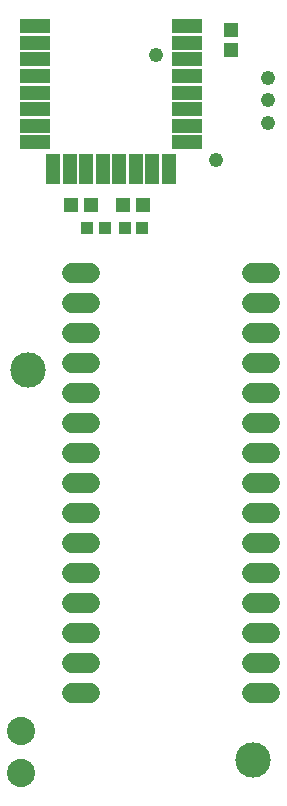
<source format=gts>
G75*
%MOIN*%
%OFA0B0*%
%FSLAX25Y25*%
%IPPOS*%
%LPD*%
%AMOC8*
5,1,8,0,0,1.08239X$1,22.5*
%
%ADD10C,0.11824*%
%ADD11R,0.10446X0.04737*%
%ADD12R,0.04737X0.10446*%
%ADD13C,0.06800*%
%ADD14R,0.05131X0.04737*%
%ADD15R,0.04737X0.05131*%
%ADD16R,0.03950X0.03950*%
%ADD17C,0.09400*%
%ADD18C,0.04762*%
D10*
X0025185Y0144300D03*
X0100185Y0014300D03*
D11*
X0077882Y0220304D03*
X0077882Y0225816D03*
X0077882Y0231328D03*
X0077882Y0236839D03*
X0077882Y0242351D03*
X0077882Y0247863D03*
X0077882Y0253375D03*
X0077882Y0258887D03*
X0027488Y0258887D03*
X0027488Y0253375D03*
X0027488Y0247863D03*
X0027488Y0242351D03*
X0027488Y0236839D03*
X0027488Y0231328D03*
X0027488Y0225816D03*
X0027488Y0220304D03*
D12*
X0033394Y0211269D03*
X0038906Y0211269D03*
X0044417Y0211269D03*
X0049929Y0211269D03*
X0055441Y0211269D03*
X0060953Y0211269D03*
X0066465Y0211269D03*
X0071976Y0211269D03*
D13*
X0045685Y0176800D02*
X0039685Y0176800D01*
X0039685Y0166800D02*
X0045685Y0166800D01*
X0045685Y0156800D02*
X0039685Y0156800D01*
X0039685Y0146800D02*
X0045685Y0146800D01*
X0045685Y0136800D02*
X0039685Y0136800D01*
X0039685Y0126800D02*
X0045685Y0126800D01*
X0045685Y0116800D02*
X0039685Y0116800D01*
X0039685Y0106800D02*
X0045685Y0106800D01*
X0045685Y0096800D02*
X0039685Y0096800D01*
X0039685Y0086800D02*
X0045685Y0086800D01*
X0045685Y0076800D02*
X0039685Y0076800D01*
X0039685Y0066800D02*
X0045685Y0066800D01*
X0045685Y0056800D02*
X0039685Y0056800D01*
X0039685Y0046800D02*
X0045685Y0046800D01*
X0045685Y0036800D02*
X0039685Y0036800D01*
X0099685Y0036800D02*
X0105685Y0036800D01*
X0105685Y0046800D02*
X0099685Y0046800D01*
X0099685Y0056800D02*
X0105685Y0056800D01*
X0105685Y0066800D02*
X0099685Y0066800D01*
X0099685Y0076800D02*
X0105685Y0076800D01*
X0105685Y0086800D02*
X0099685Y0086800D01*
X0099685Y0096800D02*
X0105685Y0096800D01*
X0105685Y0106800D02*
X0099685Y0106800D01*
X0099685Y0116800D02*
X0105685Y0116800D01*
X0105685Y0126800D02*
X0099685Y0126800D01*
X0099685Y0136800D02*
X0105685Y0136800D01*
X0105685Y0146800D02*
X0099685Y0146800D01*
X0099685Y0156800D02*
X0105685Y0156800D01*
X0105685Y0166800D02*
X0099685Y0166800D01*
X0099685Y0176800D02*
X0105685Y0176800D01*
D14*
X0092685Y0250954D03*
X0092685Y0257646D03*
D15*
X0063531Y0199300D03*
X0056839Y0199300D03*
X0046031Y0199300D03*
X0039339Y0199300D03*
D16*
X0044732Y0191800D03*
X0050638Y0191800D03*
X0057232Y0191800D03*
X0063138Y0191800D03*
D17*
X0022685Y0010107D03*
X0022685Y0023887D03*
D18*
X0087685Y0214300D03*
X0105185Y0226800D03*
X0105185Y0234300D03*
X0105185Y0241800D03*
X0067685Y0249300D03*
M02*

</source>
